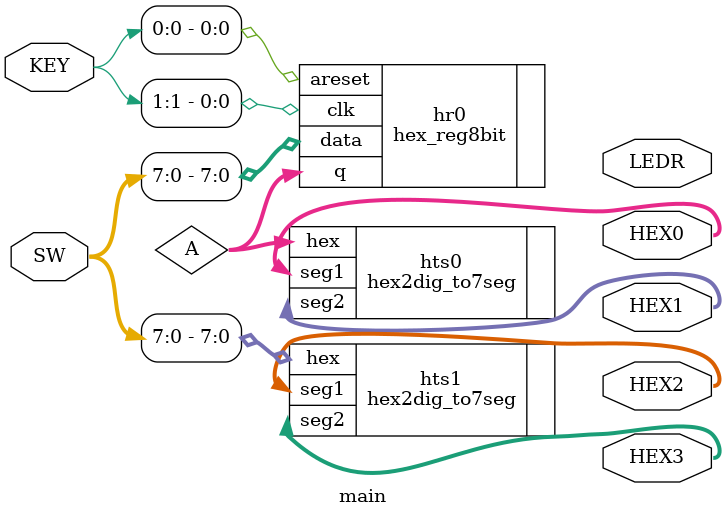
<source format=v>
module main(
	input 	[9:0] 	SW,
	input		[1:0]		KEY,
	output 	[9:0] 	LEDR,
	output	[6:0]		HEX0,
	output	[6:0]		HEX1,
	output	[6:0]		HEX2,
	output	[6:0]		HEX3
);
	// Part 1 checked

	/*
	
	rslatch rs0(SW[2], SW[1], SW[0], LEDR[0]);
	
	*/
	
	//Part 2 doesnt work
	
	/*
	
	dlatchv1 d0(SW[1], SW[0], LEDR[0]);
	
	*/
	
	//Part 3
	
	/*
	
	ms_dff dff0(SW[1], SW[0], LEDR[0]);

	*/
	
	//Part 4
	
	/*
	
	dlatch_v2 d0(SW[1], SW[0], LEDR[0]);
	pet_dff p0(SW[1], SW[0], LEDR[1]);
	net_dff n0(SW[1], SW[0], LEDR[2]);
	
	*/
	
	//Part 5
	
	wire [7:0] A, B;
	
	hex_reg8bit hr0(.areset(KEY[0]), .clk(KEY[1]), .data(SW[7:0]), .q(A));
	hex2dig_to7seg hts0(.hex(A),.seg1(HEX0),.seg2(HEX1));
	hex2dig_to7seg hts1(.hex(SW[7:0]), .seg1(HEX2), .seg2(HEX3));
	
endmodule
</source>
